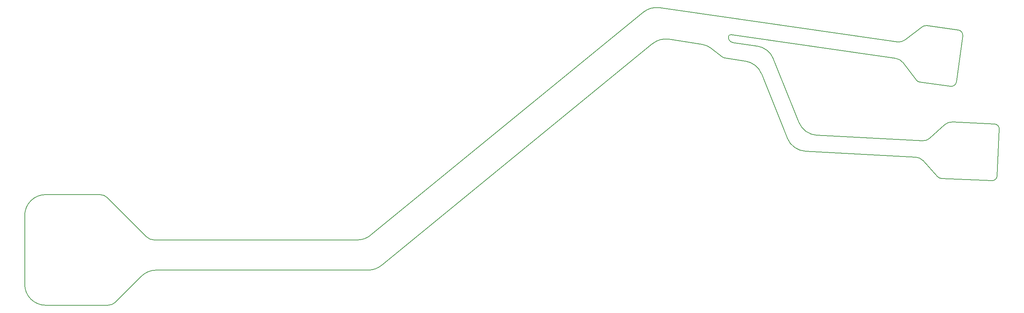
<source format=gbr>
*
G4_C Author: OrCAD GerbTool(tm) 8.1.1 Wed Jun 18 21:21:11 2003*
%LPD*%
%FSLAX34Y34*%
%MOIN*%
%AD*%
%ADD10R,0.050000X0.050000*%
%ADD11C,0.006000*%
%ADD12C,0.019000*%
%ADD13C,0.007900*%
%ADD14C,0.005000*%
%ADD15C,0.000800*%
%ADD16R,0.070000X0.025000*%
%ADD17R,0.068000X0.023000*%
%ADD18C,0.006000*%
%ADD19C,0.009800*%
%ADD20C,0.010000*%
%ADD21C,0.030000*%
%ADD22C,0.060000*%
%ADD23C,0.035000*%
%ADD24C,0.055000*%
%ADD25C,0.062980*%
%ADD26C,0.001000*%
%ADD27C,0.196840*%
G4_C OrCAD GerbTool Tool List *
G54D11*
G1X9412Y460D2*
G75*
G2X8706Y167I-707J707D1*
G74*
G1X11883Y2931D2*
G1X9412Y460D1*
G1X13297Y3517D2*
G75*
G3X11883Y2931I0J-2000D1*
G74*
G1X8648Y10431D2*
G75*
G3X7941Y10724I-707J-707D1*
G74*
G1X12388Y6691D2*
G1X8648Y10431D1*
G1X13096Y6398D2*
G75*
G2X12388Y6691I0J1000D1*
G74*
G1X8706Y167D2*
G1X2762Y167D1*
G75*
G2X762Y2167I0J2000D1*
G74*
G1X762Y8724D1*
G1X2762Y10724D2*
G1X7941Y10724D1*
G1X762Y8724D2*
G75*
G2X2762Y10724I2000J0D1*
G74*
G1X13096Y6398D2*
G1X32479Y6398D1*
G75*
G3X33746Y6851I0J2001D1*
G74*
G1X33508Y3517D2*
G1X13297Y3517D1*
G1X34775Y3970D2*
G75*
G2X33508Y3517I-1267J1549D1*
G74*
G1X34775Y3970D2*
G1X60616Y25121D1*
G75*
G2X62189Y25549I1272J-1555D1*
G74*
G1X33746Y6851D2*
G1X59739Y28125D1*
G1X61291Y28557D2*
G1X83959Y25291D1*
G1X59739Y28125D2*
G75*
G2X61291Y28557I1271J-1554D1*
G74*
G1X62189Y25549D2*
G1X65325Y25064D1*
G75*
G2X66256Y24659I-307J-1982D1*
G74*
G1X86359Y15856D2*
G1X76319Y16381D1*
G75*
G2X74566Y17636I104J1993D1*
G74*
G1X75224Y14856D2*
G1X85692Y14306D1*
G1X73472Y16111D2*
G75*
G3X75224Y14856I1852J740D1*
G74*
G1X83822Y23712D2*
G1X68087Y25980D1*
G75*
G3X67859Y25782I-29J-198D1*
G74*
G1X66256Y24659D2*
G1X67290Y23846D1*
G75*
G3X67527Y23744I308J391D1*
G74*
G1X67859Y25782D2*
G1X67859Y25728D1*
G75*
G3X68287Y25233I499J0D1*
G74*
G1X67527Y23744D2*
G1X69454Y23466D1*
G1X71025Y22229D2*
G1X73472Y16111D1*
G1X69454Y23466D2*
G75*
G2X71025Y22229I-285J-1976D1*
G74*
G1X68287Y25233D2*
G1X70583Y24902D1*
G1X72155Y23665D2*
G1X74566Y17636D1*
G1X70583Y24902D2*
G75*
G2X72155Y23665I-285J-1976D1*
G74*
G1X84493Y23326D2*
G75*
G3X83832Y23712I-796J-605D1*
G74*
G1X84699Y25486D2*
G75*
G2X83959Y25292I-605J796D1*
G74*
G1X90199Y25866D2*
G75*
G3X89771Y26430I-495J68D1*
G74*
G1X86732Y26846D1*
G1X86363Y26749D2*
G1X84699Y25486D1*
G1X86732Y26846D2*
G75*
G3X86363Y26749I-68J-495D1*
G74*
G1X84493Y23326D2*
G1X85761Y21656D1*
G75*
G3X86091Y21463I399J303D1*
G74*
G1X89035Y21060D1*
G1X89599Y21487D2*
G1X90199Y25866D1*
G1X89035Y21060D2*
G75*
G3X89599Y21487I68J495D1*
G74*
G1X86395Y13978D2*
G75*
G3X85701Y14303I-738J-674D1*
G74*
G1X93685Y16946D2*
G75*
G3X93208Y17468I-500J23D1*
G74*
G1X86395Y13978D2*
G1X87806Y12431D1*
G75*
G3X88153Y12268I370J338D1*
G74*
G1X92962Y12050D1*
G1X93484Y12527D2*
G1X93685Y16946D1*
G1X92962Y12050D2*
G75*
G3X93484Y12527I23J500D1*
G74*
G1X87078Y16117D2*
G75*
G2X86358Y15856I-674J738D1*
G74*
G1X87078Y16117D2*
G1X88472Y17390D1*
G1X89192Y17651D2*
G1X93208Y17468D1*
G1X88472Y17390D2*
G75*
G2X89192Y17651I674J-738D1*
M2*

</source>
